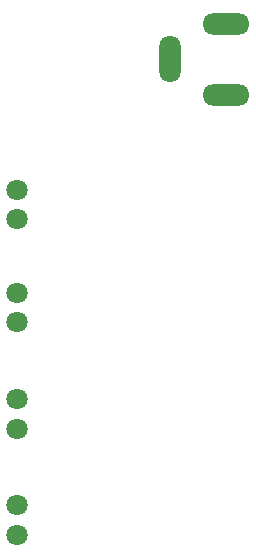
<source format=gbr>
%TF.GenerationSoftware,KiCad,Pcbnew,(6.0.8)*%
%TF.CreationDate,2022-12-08T15:17:31+02:00*%
%TF.ProjectId,Temperature Controller,54656d70-6572-4617-9475-726520436f6e,rev?*%
%TF.SameCoordinates,Original*%
%TF.FileFunction,Paste,Bot*%
%TF.FilePolarity,Positive*%
%FSLAX46Y46*%
G04 Gerber Fmt 4.6, Leading zero omitted, Abs format (unit mm)*
G04 Created by KiCad (PCBNEW (6.0.8)) date 2022-12-08 15:17:31*
%MOMM*%
%LPD*%
G01*
G04 APERTURE LIST*
%ADD10O,4.000000X1.800000*%
%ADD11O,1.800000X4.000000*%
%ADD12C,1.800000*%
G04 APERTURE END LIST*
D10*
%TO.C,J5*%
X146266000Y-64134000D03*
X146266000Y-58134000D03*
D11*
X141562000Y-61134000D03*
%TD*%
D12*
%TO.C,J4*%
X128556999Y-72179000D03*
X128556999Y-74681000D03*
%TD*%
%TO.C,J3*%
X128547000Y-80929000D03*
X128547000Y-83431000D03*
%TD*%
%TO.C,J1*%
X128547000Y-98929000D03*
X128547000Y-101431000D03*
%TD*%
%TO.C,J2*%
X128556999Y-89929000D03*
X128556999Y-92431000D03*
%TD*%
M02*

</source>
